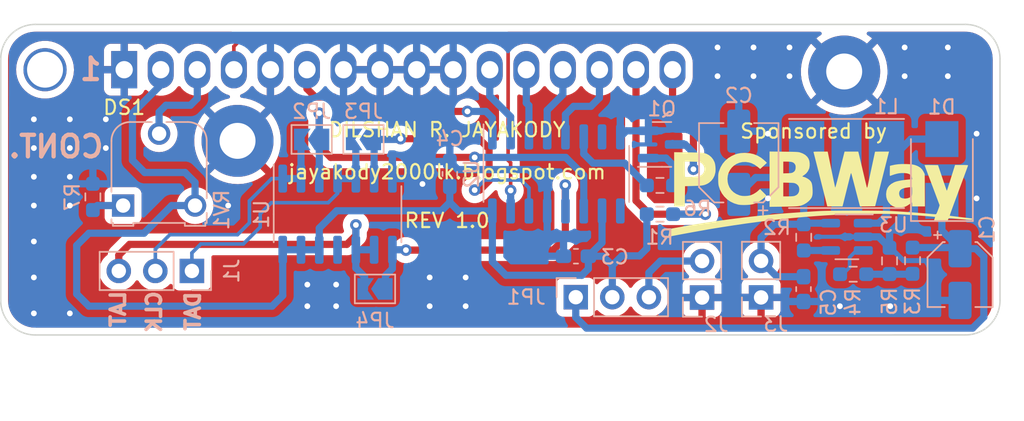
<source format=kicad_pcb>
(kicad_pcb (version 20211014) (generator pcbnew)
  (title_block (title "Yet Another LCD Interface (YALI)") (date "2023-03-14") (rev "1.0.0") (company "Dilshan R Jayakody") (comment 1 "jayakody2000lk.blogspot.com") (comment 2 "jayakody2000lk@gmail.com") (comment 3 "https://github.com/dilshan/yali"))
  (layers (0 "F.Cu" signal) (31 "B.Cu" signal) (34 "B.Paste" user) (35 "F.Paste" user) (36 "B.SilkS" user "B.Silkscreen") (37 "F.SilkS" user "F.Silkscreen") (38 "B.Mask" user) (39 "F.Mask" user) (44 "Edge.Cuts" user))
  (net 0 "")
  (net 1 "GND")
  (net 2 "+5V")
  (net 3 "/LCD-CONT")
  (net 4 "/LCD-RS")
  (net 5 "/LCD-EN")
  (net 6 "/LCD4")
  (net 7 "/LCD5")
  (net 8 "/LCD6")
  (net 9 "/LCD7")
  (net 10 "Net-(DS1-Pad15)")
  (net 11 "/LCD-BK")
  (net 12 "DATA")
  (net 13 "CLK")
  (net 14 "LATCH")
  (net 15 "/SH-CLK")
  (net 16 "/SH-DATA")
  (net 17 "/SH-LATCH")
  (net 18 "Net-(Q1-Pad1)")
  (net 19 "/LCD-BK-CNT")
  (net 20 "Net-(C1-Pad1)")
  (net 24 "+3.3V")
  (net 25 "Net-(D1-Pad2)")
  (net 26 "+5VA")
  (net 27 "Net-(R2-Pad2)")
  (net 28 "Net-(R3-Pad1)")
  (net 29 "Net-(R4-Pad1)")
  (net 30 "Net-(R7-Pad2)")
  (footprint "MountingHole:MountingHole_2.5mm_Pad" (layer "F.Cu") (at 139.65 93.5)
    (fp_text reference "H3" hide)
    (fp_text value "M2.5" hide)
    (pad "1" thru_hole circle locked (at 0 0) (size 5 5) (drill 2.5) (layers *.Cu *.Mask) (net 1 "GND"))
  )
  (footprint "MountingHole:MountingHole_2.5mm_Pad" (layer "F.Cu") (at 181.8 88.675)
    (fp_text reference "H2" hide)
    (fp_text value "M2.5" hide)
    (pad "1" thru_hole circle locked (at 0 0) (size 5 5) (drill 2.5) (layers *.Cu *.Mask) (net 1 "GND"))
  )
  (footprint "pcbway:pcbway-logo-6mm" (layer "F.Cu") (at 180.15 97.2)
    (fp_text reference "H1" hide)
    (fp_text value "LOGO" hide)
  )
  (footprint "Display:WC1602A" (layer "F.Cu") (at 131.775 88.55)
    (fp_text reference "DS1" (at 0 2.625) (layer "F.SilkS"))
    (fp_text value "WC1602A" hide)
    (pad "" thru_hole circle (at -5.4991 0) (size 3 3) (drill 2.5) (layers *.Cu *.Mask))
    (pad "1" thru_hole rect (at 0 0) (size 1.8 2.6) (drill 1.2) (layers *.Cu *.Mask) (net 1 "GND"))
    (pad "2" thru_hole oval (at 2.54 0) (size 1.8 2.6) (drill 1.2) (layers *.Cu *.Mask) (net 2 "+5V"))
    (pad "3" thru_hole oval (at 5.08 0) (size 1.8 2.6) (drill 1.2) (layers *.Cu *.Mask) (net 3 "/LCD-CONT"))
    (pad "4" thru_hole oval (at 7.62 0) (size 1.8 2.6) (drill 1.2) (layers *.Cu *.Mask) (net 4 "/LCD-RS"))
    (pad "5" thru_hole oval (at 10.16 0) (size 1.8 2.6) (drill 1.2) (layers *.Cu *.Mask) (net 1 "GND"))
    (pad "6" thru_hole oval (at 12.7 0) (size 1.8 2.6) (drill 1.2) (layers *.Cu *.Mask) (net 5 "/LCD-EN"))
    (pad "7" thru_hole oval (at 15.24 0) (size 1.8 2.6) (drill 1.2) (layers *.Cu *.Mask) (net 1 "GND"))
    (pad "8" thru_hole oval (at 17.78 0) (size 1.8 2.6) (drill 1.2) (layers *.Cu *.Mask) (net 1 "GND"))
    (pad "9" thru_hole oval (at 20.32 0) (size 1.8 2.6) (drill 1.2) (layers *.Cu *.Mask) (net 1 "GND"))
    (pad "10" thru_hole oval (at 22.86 0) (size 1.8 2.6) (drill 1.2) (layers *.Cu *.Mask) (net 1 "GND"))
    (pad "11" thru_hole oval (at 25.4 0) (size 1.8 2.6) (drill 1.2) (layers *.Cu *.Mask) (net 6 "/LCD4"))
    (pad "12" thru_hole oval (at 27.94 0) (size 1.8 2.6) (drill 1.2) (layers *.Cu *.Mask) (net 7 "/LCD5"))
    (pad "13" thru_hole oval (at 30.48 0) (size 1.8 2.6) (drill 1.2) (layers *.Cu *.Mask) (net 8 "/LCD6"))
    (pad "14" thru_hole oval (at 33.02 0) (size 1.8 2.6) (drill 1.2) (layers *.Cu *.Mask) (net 9 "/LCD7"))
    (pad "15" thru_hole oval (at 35.56 0) (size 1.8 2.6) (drill 1.2) (layers *.Cu *.Mask) (net 10 "Net-(DS1-Pad15)"))
    (pad "16" thru_hole oval (at 38.1 0) (size 1.8 2.6) (drill 1.2) (layers *.Cu *.Mask) (net 11 "/LCD-BK"))
  )
  (footprint "Resistor_SMD:R_0603_1608Metric_Pad0.98x0.95mm_HandSolder" (layer "B.Cu") (at 186.55 101.8375 90)
    (fp_text reference "R3" (at -2.8125 0 90) (layer "B.SilkS") (effects (justify mirror)))
    (fp_text value "36K")
    (pad "1" smd roundrect (at -0.9125 0 90) (size 0.975 0.95) (layers "B.Cu" "B.Paste" "B.Mask") (net 28 "Net-(R3-Pad1)"))
    (pad "2" smd roundrect (at 0.9125 0 90) (size 0.975 0.95) (layers "B.Cu" "B.Paste" "B.Mask") (net 20 "Net-(C1-Pad1)"))
  )
  (footprint "Resistor_SMD:R_0603_1608Metric_Pad0.98x0.95mm_HandSolder" (layer "B.Cu") (at 182.425 102.775)
    (fp_text reference "R4" (at -0.015 1.935 90) (layer "B.SilkS") (effects (justify mirror)))
    (fp_text value "100K")
    (pad "1" smd roundrect (at -0.9125 0) (size 0.975 0.95) (layers "B.Cu" "B.Paste" "B.Mask") (net 29 "Net-(R4-Pad1)"))
    (pad "2" smd roundrect (at 0.9125 0) (size 0.975 0.95) (layers "B.Cu" "B.Paste" "B.Mask") (net 28 "Net-(R3-Pad1)"))
  )
  (footprint "Connector_PinHeader_2.54mm:PinHeader_1x03_P2.54mm_Vertical" (layer "B.Cu") (at 136.48 102.55 90)
    (fp_text reference "J1" (at 0 2.77 90) (layer "B.SilkS") (effects (justify mirror)))
    (fp_text value "2.54mm 3x1 Header")
    (pad "1" thru_hole rect locked (at 0 0 90) (size 1.7 1.7) (drill 1) (layers *.Cu *.Mask) (net 12 "DATA"))
    (pad "2" thru_hole oval locked (at 0 -2.54 90) (size 1.7 1.7) (drill 1) (layers *.Cu *.Mask) (net 13 "CLK"))
    (pad "3" thru_hole oval locked (at 0 -5.08 90) (size 1.7 1.7) (drill 1) (layers *.Cu *.Mask) (net 14 "LATCH"))
  )
  (footprint "Resistor_SMD:R_0603_1608Metric_Pad0.98x0.95mm_HandSolder" (layer "B.Cu") (at 129.6 97.4 -90)
    (fp_text reference "R7" (at 0 1.43 90) (layer "B.SilkS") (effects (justify mirror)))
    (fp_text value "100R")
    (pad "1" smd roundrect locked (at -0.9125 0 270) (size 0.975 0.95) (layers "B.Cu" "B.Paste" "B.Mask") (net 1 "GND"))
    (pad "2" smd roundrect locked (at 0.9125 0 270) (size 0.975 0.95) (layers "B.Cu" "B.Paste" "B.Mask") (net 30 "Net-(R7-Pad2)"))
  )
  (footprint "Connector_PinHeader_2.54mm:PinHeader_1x02_P2.54mm_Vertical" (layer "B.Cu") (at 176.025 104.39)
    (fp_text reference "J3" (at 1.025 1.86) (layer "B.SilkS") (effects (justify mirror)))
    (fp_text value "2.54mm 2x1 Header" hide)
    (pad "1" thru_hole rect (at 0 0) (size 1.7 1.7) (drill 1) (layers *.Cu *.Mask) (net 1 "GND"))
    (pad "2" thru_hole oval (at 0 -2.54) (size 1.7 1.7) (drill 1) (layers *.Cu *.Mask) (net 24 "+3.3V"))
  )
  (footprint "Capacitor_SMD:CP_Elec_5x5.4" (layer "B.Cu") (at 174.475 95.025 90)
    (fp_text reference "C2" (at 4.675 0 180) (layer "B.SilkS") (effects (justify mirror)))
    (fp_text value "10MFD")
    (pad "1" smd roundrect (at -2.2 0 90) (size 3 1.6) (layers "B.Cu" "B.Paste" "B.Mask") (roundrect_rratio 0.15625) (net 24 "+3.3V"))
    (pad "2" smd roundrect (at 2.2 0 90) (size 3 1.6) (layers "B.Cu" "B.Paste" "B.Mask") (roundrect_rratio 0.15625) (net 1 "GND"))
  )
  (footprint "Capacitor_SMD:C_0603_1608Metric_Pad1.08x0.95mm_HandSolder" (layer "B.Cu") (at 154.4 95.8 90)
    (fp_text reference "C4" (at 2.45 0 180) (layer "B.SilkS") (effects (justify mirror)))
    (fp_text value "0.1MFD")
    (pad "1" smd roundrect locked (at -0.8625 0 90) (size 1.075 0.95) (layers "B.Cu" "B.Paste" "B.Mask") (net 2 "+5V"))
    (pad "2" smd roundrect locked (at 0.8625 0 90) (size 1.075 0.95) (layers "B.Cu" "B.Paste" "B.Mask") (net 1 "GND"))
  )
  (footprint "Package_SO:SO-16_3.9x9.9mm_P1.27mm" (layer "B.Cu") (at 161.8 95.8 -90)
    (fp_text reference "U2" (at 0 5.9 90) (layer "B.SilkS") (effects (justify mirror)))
    (fp_text value "74HC595")
    (pad "1" smd roundrect locked (at -2.575 4.445 270) (size 1.75 0.6) (layers "B.Cu" "B.Paste" "B.Mask") (net 5 "/LCD-EN"))
    (pad "2" smd roundrect locked (at -2.575 3.175 270) (size 1.75 0.6) (layers "B.Cu" "B.Paste" "B.Mask") (net 6 "/LCD4"))
    (pad "3" smd roundrect locked (at -2.575 1.905 270) (size 1.75 0.6) (layers "B.Cu" "B.Paste" "B.Mask") (net 7 "/LCD5"))
    (pad "4" smd roundrect locked (at -2.575 0.635 270) (size 1.75 0.6) (layers "B.Cu" "B.Paste" "B.Mask") (net 8 "/LCD6"))
    (pad "5" smd roundrect locked (at -2.575 -0.635 270) (size 1.75 0.6) (layers "B.Cu" "B.Paste" "B.Mask") (net 9 "/LCD7"))
    (pad "6" smd roundrect locked (at -2.575 -1.905 270) (size 1.75 0.6) (layers "B.Cu" "B.Paste" "B.Mask") (net 19 "/LCD-BK-CNT"))
    (pad "7" smd roundrect locked (at -2.575 -3.175 270) (size 1.75 0.6) (layers "B.Cu" "B.Paste" "B.Mask"))
    (pad "8" smd roundrect locked (at -2.575 -4.445 270) (size 1.75 0.6) (layers "B.Cu" "B.Paste" "B.Mask") (net 1 "GND"))
    (pad "9" smd roundrect locked (at 2.575 -4.445 270) (size 1.75 0.6) (layers "B.Cu" "B.Paste" "B.Mask"))
    (pad "10" smd roundrect locked (at 2.575 -3.175 270) (size 1.75 0.6) (layers "B.Cu" "B.Paste" "B.Mask") (net 2 "+5V"))
    (pad "11" smd roundrect locked (at 2.575 -1.905 270) (size 1.75 0.6) (layers "B.Cu" "B.Paste" "B.Mask") (net 15 "/SH-CLK"))
    (pad "12" smd roundrect locked (at 2.575 -0.635 270) (size 1.75 0.6) (layers "B.Cu" "B.Paste" "B.Mask") (net 17 "/SH-LATCH"))
    (pad "13" smd roundrect locked (at 2.575 0.635 270) (size 1.75 0.6) (layers "B.Cu" "B.Paste" "B.Mask") (net 1 "GND"))
    (pad "14" smd roundrect locked (at 2.575 1.905 270) (size 1.75 0.6) (layers "B.Cu" "B.Paste" "B.Mask") (net 16 "/SH-DATA"))
    (pad "15" smd roundrect locked (at 2.575 3.175 270) (size 1.75 0.6) (layers "B.Cu" "B.Paste" "B.Mask") (net 4 "/LCD-RS"))
    (pad "16" smd roundrect locked (at 2.575 4.445 270) (size 1.75 0.6) (layers "B.Cu" "B.Paste" "B.Mask") (net 2 "+5V"))
  )
  (footprint "Jumper:SolderJumper-2_P1.3mm_Open_TrianglePad1.0x1.5mm" (layer "B.Cu") (at 149.2 103.8 180)
    (fp_text reference "JP4" (at 0 -2.2) (layer "B.SilkS") (effects (justify mirror)))
    (fp_text value "SMD-JUMPER")
    (pad "1" smd custom locked (at -0.725 0 180) (size 0.3 0.3) (layers "B.Cu" "B.Mask") (net 17 "/SH-LATCH") (options (clearance outline) (anchor rect)) (primitives (gr_poly (pts (xy 1 0) (xy 0.5 0.75) (xy -0.5 0.75) (xy -0.5 -0.75) (xy 0.5 -0.75)) (width 0) (fill yes))))
    (pad "2" smd custom locked (at 0.725 0 180) (size 0.3 0.3) (layers "B.Cu" "B.Mask") (net 14 "LATCH") (options (clearance outline) (anchor rect)) (primitives (gr_poly (pts (xy 0.5 0.75) (xy -0.65 0.75) (xy -0.15 0) (xy -0.65 -0.75) (xy 0.5 -0.75)) (width 0) (fill yes))))
  )
  (footprint "Resistor_SMD:R_0603_1608Metric_Pad0.98x0.95mm_HandSolder" (layer "B.Cu") (at 184.95 101.85 -90)
    (fp_text reference "R5" (at 2.825 0 90) (layer "B.SilkS") (effects (justify mirror)))
    (fp_text value "12K")
    (pad "1" smd roundrect (at -0.9125 0 270) (size 0.975 0.95) (layers "B.Cu" "B.Paste" "B.Mask") (net 1 "GND"))
    (pad "2" smd roundrect (at 0.9125 0 270) (size 0.975 0.95) (layers "B.Cu" "B.Paste" "B.Mask") (net 28 "Net-(R3-Pad1)"))
  )
  (footprint "Inductor_SMD:L_Taiyo-Yuden_NR-60xx_HandSoldering" (layer "B.Cu") (at 181.9625 95.075)
    (fp_text reference "L1" (at 2.7625 -3.95) (layer "B.SilkS") (effects (justify mirror)))
    (fp_text value "4.7uH")
    (pad "1" smd rect (at -2.775 0) (size 2.45 5.9) (layers "B.Cu" "B.Paste" "B.Mask") (net 24 "+3.3V"))
    (pad "2" smd rect (at 2.775 0) (size 2.45 5.9) (layers "B.Cu" "B.Paste" "B.Mask") (net 25 "Net-(D1-Pad2)"))
  )
  (footprint "Package_SO:SO-14_3.9x8.65mm_P1.27mm" (layer "B.Cu") (at 146.6 98.6 -90)
    (fp_text reference "U1" (at 0 5.28 90) (layer "B.SilkS") (effects (justify mirror)))
    (fp_text value "74HCT08")
    (pad "1" smd roundrect locked (at -2.475 3.81 270) (size 1.95 0.6) (layers "B.Cu" "B.Paste" "B.Mask") (net 13 "CLK"))
    (pad "2" smd roundrect locked (at -2.475 2.54 270) (size 1.95 0.6) (layers "B.Cu" "B.Paste" "B.Mask") (net 13 "CLK"))
    (pad "3" smd roundrect locked (at -2.475 1.27 270) (size 1.95 0.6) (layers "B.Cu" "B.Paste" "B.Mask") (net 15 "/SH-CLK"))
    (pad "4" smd roundrect locked (at -2.475 0 270) (size 1.95 0.6) (layers "B.Cu" "B.Paste" "B.Mask") (net 12 "DATA"))
    (pad "5" smd roundrect locked (at -2.475 -1.27 270) (size 1.95 0.6) (layers "B.Cu" "B.Paste" "B.Mask") (net 12 "DATA"))
    (pad "6" smd roundrect locked (at -2.475 -2.54 270) (size 1.95 0.6) (layers "B.Cu" "B.Paste" "B.Mask") (net 16 "/SH-DATA"))
    (pad "7" smd roundrect locked (at -2.475 -3.81 270) (size 1.95 0.6) (layers "B.Cu" "B.Paste" "B.Mask") (net 1 "GND"))
    (pad "8" smd roundrect locked (at 2.475 -3.81 270) (size 1.95 0.6) (layers "B.Cu" "B.Paste" "B.Mask") (net 17 "/SH-LATCH"))
    (pad "9" smd roundrect locked (at 2.475 -2.54 270) (size 1.95 0.6) (layers "B.Cu" "B.Paste" "B.Mask") (net 14 "LATCH"))
    (pad "10" smd roundrect locked (at 2.475 -1.27 270) (size 1.95 0.6) (layers "B.Cu" "B.Paste" "B.Mask") (net 14 "LATCH"))
    (pad "11" smd roundrect locked (at 2.475 0 270) (size 1.95 0.6) (layers "B.Cu" "B.Paste" "B.Mask"))
    (pad "12" smd roundrect locked (at 2.475 1.27 270) (size 1.95 0.6) (layers "B.Cu" "B.Paste" "B.Mask") (net 2 "+5V"))
    (pad "13" smd roundrect locked (at 2.475 2.54 270) (size 1.95 0.6) (layers "B.Cu" "B.Paste" "B.Mask") (net 2 "+5V"))
    (pad "14" smd roundrect locked (at 2.475 3.81 270) (size 1.95 0.6) (layers "B.Cu" "B.Paste" "B.Mask") (net 2 "+5V"))
  )
  (footprint "Jumper:SolderJumper-2_P1.3mm_Open_TrianglePad1.0x1.5mm" (layer "B.Cu") (at 148.4 93.4 180)
    (fp_text reference "JP3" (at 0 1.95) (layer "B.SilkS") (effects (justify mirror)))
    (fp_text value "SMD-JUMPER")
    (pad "1" smd custom locked (at -0.725 0 180) (size 0.3 0.3) (layers "B.Cu" "B.Mask") (net 16 "/SH-DATA") (options (clearance outline) (anchor rect)) (primitives (gr_poly (pts (xy 1 0) (xy 0.5 0.75) (xy -0.5 0.75) (xy -0.5 -0.75) (xy 0.5 -0.75)) (width 0) (fill yes))))
    (pad "2" smd custom locked (at 0.725 0 180) (size 0.3 0.3) (layers "B.Cu" "B.Mask") (net 12 "DATA") (options (clearance outline) (anchor rect)) (primitives (gr_poly (pts (xy 0.5 0.75) (xy -0.65 0.75) (xy -0.15 0) (xy -0.65 -0.75) (xy 0.5 -0.75)) (width 0) (fill yes))))
  )
  (footprint "Resistor_SMD:R_0603_1608Metric_Pad0.98x0.95mm_HandSolder" (layer "B.Cu") (at 169 98.6 180)
    (fp_text reference "R1" (at 0.025 -1.6) (layer "B.SilkS") (effects (justify mirror)))
    (fp_text value "330R")
    (pad "1" smd roundrect locked (at -0.9125 0 180) (size 0.975 0.95) (layers "B.Cu" "B.Paste" "B.Mask") (net 10 "Net-(DS1-Pad15)"))
    (pad "2" smd roundrect locked (at 0.9125 0 180) (size 0.975 0.95) (layers "B.Cu" "B.Paste" "B.Mask") (net 2 "+5V"))
  )
  (footprint "Capacitor_SMD:C_0603_1608Metric_Pad1.08x0.95mm_HandSolder" (layer "B.Cu") (at 163.1625 101.525 180)
    (fp_text reference "C3" (at -2.7 -0.05) (layer "B.SilkS") (effects (justify mirror)))
    (fp_text value "0.1MFD")
    (pad "1" smd roundrect locked (at -0.8625 0 180) (size 1.075 0.95) (layers "B.Cu" "B.Paste" "B.Mask") (net 2 "+5V"))
    (pad "2" smd roundrect locked (at 0.8625 0 180) (size 1.075 0.95) (layers "B.Cu" "B.Paste" "B.Mask") (net 1 "GND"))
  )
  (footprint "Connector_PinHeader_2.54mm:PinHeader_1x02_P2.54mm_Vertical" (layer "B.Cu") (at 171.925 104.4)
    (fp_text reference "J2" (at 0.975 1.875) (layer "B.SilkS") (effects (justify mirror)))
    (fp_text value "2.54mm 2x1 Header" hide)
    (pad "1" thru_hole rect (at 0 0) (size 1.7 1.7) (drill 1) (layers *.Cu *.Mask) (net 1 "GND"))
    (pad "2" thru_hole oval (at 0 -2.54) (size 1.7 1.7) (drill 1) (layers *.Cu *.Mask) (net 26 "+5VA"))
  )
  (footprint "Jumper:SolderJumper-2_P1.3mm_Open_TrianglePad1.0x1.5mm" (layer "B.Cu") (at 144.8 93.4 180)
    (fp_text reference "JP2" (at 0 1.95) (layer "B.SilkS") (effects (justify mirror)))
    (fp_text value "SMD-JUMPER")
    (pad "1" smd custom locked (at -0.725 0 180) (size 0.3 0.3) (layers "B.Cu" "B.Mask") (net 15 "/SH-CLK") (options (clearance outline) (anchor rect)) (primitives (gr_poly (pts (xy 1 0) (xy 0.5 0.75) (xy -0.5 0.75) (xy -0.5 -0.75) (xy 0.5 -0.75)) (width 0) (fill yes))))
    (pad "2" smd custom locked (at 0.725 0 180) (size 0.3 0.3) (layers "B.Cu" "B.Mask") (net 13 "CLK") (options (clearance outline) (anchor rect)) (primitives (gr_poly (pts (xy 0.5 0.75) (xy -0.65 0.75) (xy -0.15 0) (xy -0.65 -0.75) (xy 0.5 -0.75)) (width 0) (fill yes))))
  )
  (footprint "Resistor_SMD:R_0603_1608Metric_Pad0.98x0.95mm_HandSolder" (layer "B.Cu") (at 169 96.6)
    (fp_text reference "R6" (at 2.6 1.6) (layer "B.SilkS") (effects (justify mirror)))
    (fp_text value "22K")
    (pad "1" smd roundrect locked (at -0.9125 0) (size 0.975 0.95) (layers "B.Cu" "B.Paste" "B.Mask") (net 19 "/LCD-BK-CNT"))
    (pad "2" smd roundrect locked (at 0.9125 0) (size 0.975 0.95) (layers "B.Cu" "B.Paste" "B.Mask") (net 18 "Net-(Q1-Pad1)"))
  )
  (footprint "Connector_PinHeader_2.54mm:PinHeader_1x03_P2.54mm_Vertical" (layer "B.Cu") (at 163.15 104.375 -90)
    (fp_text reference "JP1" (at 0 3.45 180) (layer "B.SilkS") (effects (justify mirror)))
    (fp_text value "2.54mm 3x1 Header" hide)
    (pad "1" thru_hole rect (at 0 0 270) (size 1.7 1.7) (drill 1) (layers *.Cu *.Mask) (net 20 "Net-(C1-Pad1)"))
    (pad "2" thru_hole oval (at 0 -2.54 270) (size 1.7 1.7) (drill 1) (layers *.Cu *.Mask) (net 2 "+5V"))
    (pad "3" thru_hole oval (at 0 -5.08 270) (size 1.7 1.7) (drill 1) (layers *.Cu *.Mask) (net 26 "+5VA"))
  )
  (footprint "Capacitor_SMD:C_0603_1608Metric_Pad1.08x0.95mm_HandSolder" (layer "B.Cu") (at 178.975 103.8125 -90)
    (fp_text reference "C5" (at 0.9175 -1.735 -90) (layer "B.SilkS") (effects (justify mirror)))
    (fp_text value "0.1MFD")
    (pad "1" smd roundrect (at -0.8625 0 270) (size 1.075 0.95) (layers "B.Cu" "B.Paste" "B.Mask") (net 24 "+3.3V"))
    (pad "2" smd roundrect (at 0.8625 0 270) (size 1.075 0.95) (layers "B.Cu" "B.Paste" "B.Mask") (net 1 "GND"))
  )
  (footprint "Diode_SMD:D_SMB" (layer "B.Cu") (at 188.5875 95.525 90)
    (fp_text reference "D1" (at 4.375 -0.0125 180) (layer "B.SilkS") (effects (justify mirror)))
    (fp_text value "SS24")
    (pad "1" smd rect (at -2.15 0 90) (size 2.5 2.3) (layers "B.Cu" "B.Paste" "B.Mask") (net 20 "Net-(C1-Pad1)"))
    (pad "2" smd rect (at 2.15 0 90) (size 2.5 2.3) (layers "B.Cu" "B.Paste" "B.Mask") (net 25 "Net-(D1-Pad2)"))
  )
  (footprint "Package_TO_SOT_SMD:SOT-23" (layer "B.Cu") (at 169.1375 93.75)
    (fp_text reference "Q1" (at -0.0125 -2.475) (layer "B.SilkS") (effects (justify mirror)))
    (fp_text value "SS8050")
    (pad "1" smd roundrect locked (at -0.9375 0.95) (size 1.475 0.6) (layers "B.Cu" "B.Paste" "B.Mask") (net 18 "Net-(Q1-Pad1)"))
    (pad "2" smd roundrect locked (at -0.9375 -0.95) (size 1.475 0.6) (layers "B.Cu" "B.Paste" "B.Mask") (net 1 "GND"))
    (pad "3" smd roundrect locked (at 0.9375 0) (size 1.475 0.6) (layers "B.Cu" "B.Paste" "B.Mask") (net 11 "/LCD-BK"))
  )
  (footprint "Package_TO_SOT_SMD:TSOT-23-5" (layer "B.Cu") (at 181.9875 100.175 180)
    (fp_text reference "U3" (at -3.2375 0.825) (layer "B.SilkS") (effects (justify mirror)))
    (fp_text value "MP1540")
    (pad "1" smd roundrect (at -1.1375 0.95 180) (size 1.325 0.6) (layers "B.Cu" "B.Paste" "B.Mask") (net 25 "Net-(D1-Pad2)"))
    (pad "2" smd roundrect (at -1.1375 0 180) (size 1.325 0.6) (layers "B.Cu" "B.Paste" "B.Mask") (net 1 "GND"))
    (pad "3" smd roundrect (at -1.1375 -0.95 180) (size 1.325 0.6) (layers "B.Cu" "B.Paste" "B.Mask") (net 29 "Net-(R4-Pad1)"))
    (pad "4" smd roundrect (at 1.1375 -0.95 180) (size 1.325 0.6) (layers "B.Cu" "B.Paste" "B.Mask") (net 27 "Net-(R2-Pad2)"))
    (pad "5" smd roundrect (at 1.1375 0.95 180) (size 1.325 0.6) (layers "B.Cu" "B.Paste" "B.Mask") (net 24 "+3.3V"))
  )
  (footprint "Resistor_SMD:R_0603_1608Metric_Pad0.98x0.95mm_HandSolder" (layer "B.Cu") (at 178.9875 100.2125 -90)
    (fp_text reference "R2" (at -0.6875 1.8625 180) (layer "B.SilkS") (effects (justify mirror)))
    (fp_text value "1K")
    (pad "1" smd roundrect (at -0.9125 0 270) (size 0.975 0.95) (layers "B.Cu" "B.Paste" "B.Mask") (net 24 "+3.3V"))
    (pad "2" smd roundrect (at 0.9125 0 270) (size 0.975 0.95) (layers "B.Cu" "B.Paste" "B.Mask") (net 27 "Net-(R2-Pad2)"))
  )
  (footprint "Potentiometer_THT:Potentiometer_Runtron_RM-065_Vertical" (layer "B.Cu") (at 131.7 98)
    (fp_text reference "RV1" (at 6.85 0.3 90) (layer "B.SilkS") (effects (justify mirror)))
    (fp_text value "50K")
    (pad "1" thru_hole rect locked (at 0 0) (size 1.55 1.55) (drill 1) (layers *.Cu *.Mask) (net 30 "Net-(R7-Pad2)"))
    (pad "2" thru_hole circle locked (at 2.5 -5) (size 1.55 1.55) (drill 1) (layers *.Cu *.Mask) (net 3 "/LCD-CONT"))
    (pad "3" thru_hole circle locked (at 5 0) (size 1.55 1.55) (drill 1) (layers *.Cu *.Mask) (net 2 "+5V"))
  )
  (footprint "Capacitor_SMD:CP_Elec_4x5.8" (layer "B.Cu") (at 189.85 102.8 -90)
    (fp_text reference "C1" (at -3.15 -1.875 -90) (layer "B.SilkS") (effects (justify mirror)))
    (fp_text value "4.7MFD")
    (pad "1" smd roundrect (at -1.8 0 270) (size 2.6 1.6) (layers "B.Cu" "B.Paste" "B.Mask") (roundrect_rratio 0.15625) (net 20 "Net-(C1-Pad1)"))
    (pad "2" smd roundrect (at 1.8 0 270) (size 2.6 1.6) (layers "B.Cu" "B.Paste" "B.Mask") (roundrect_rratio 0.15625) (net 1 "GND"))
  )
  (gr_arc (start 125.597056 107.002944) (mid 123.9 106.3) (end 123.197056 104.602944) (layer "Edge.Cuts") (width 0.1))
  (gr_line (start 125.6 85.4) (end 190.225 85.4) (layer "Edge.Cuts") (width 0.1))
  (gr_line (start 190.225 107) (end 125.597056 107.002944) (layer "Edge.Cuts") (width 0.1))
  (gr_line (start 192.625 87.8) (end 192.625 104.6) (layer "Edge.Cuts") (width 0.1))
  (gr_arc (start 192.625 104.6) (mid 191.922056 106.297056) (end 190.225 107) (layer "Edge.Cuts") (width 0.1))
  (gr_arc (start 190.225 85.4) (mid 191.922056 86.102944) (end 192.625 87.8) (layer "Edge.Cuts") (width 0.1))
  (gr_line (start 123.197056 104.602944) (end 123.2 87.8) (layer "Edge.Cuts") (width 0.1))
  (gr_arc (start 123.2 87.8) (mid 123.902944 86.102944) (end 125.6 85.4) (layer "Edge.Cuts") (width 0.1))
  (gr_text "DAT" (at 136.55 105.35 90) (layer "B.SilkS") (effects (font (size 1 1) (thickness 0.25)) (justify mirror)))
  (gr_text "CLK" (at 133.85 105.4 90) (layer "B.SilkS") (effects (font (size 1 1) (thickness 0.25)) (justify mirror)))
  (gr_text "LAT" (at 131.35 105.2 90) (layer "B.SilkS") (effects (font (size 1 1) (thickness 0.25)) (justify mirror)))
  (gr_text "1" (at 129.45 88.525) (layer "B.SilkS") (effects (font (size 1.5 1.5) (thickness 0.3)) (justify mirror)))
  (gr_text "CONT." (at 127.05 93.9) (layer "B.SilkS") (effects (font (size 1.5 1.5) (thickness 0.3)) (justify mirror)))
  (gr_text "Sponsored by" (at 179.675 92.825) (layer "F.SilkS") (effects (font (size 1 1))))
  (gr_text "REV 1.0" (at 154.21 99.04) (layer "F.SilkS") (effects (font (size 1 1))))
  (gr_text "DILSHAN R. JAYAKODY" (at 154.21 92.73) (layer "F.SilkS") (effects (font (size 1 1))))
  (gr_text "jayakody2000lk.blogspot.com" (at 154.21 95.66) (layer "F.SilkS") (effects (font (size 1 1))))
  (segment (start 139.65 93.5) (end 138.5 94.65) (width 0.25) (layer "F.Cu") (net 1))
  (via (at 155.5 103) (size 0.8) (drill 0.4) (layers "F.Cu" "B.Cu") (net 1))
  (via (at 128 96) (size 0.8) (drill 0.4) (layers "F.Cu" "B.Cu") (net 1))
  (via (at 125.5 103) (size 0.8) (drill 0.4) (layers "F.Cu" "B.Cu") (net 1))
  (via (at 153 105) (size 0.8) (drill 0.4) (layers "F.Cu" "B.Cu") (net 1))
  (via (at 125.5 98) (size 0.8) (drill 0.4) (layers "F.Cu" "B.Cu") (net 1))
  (via (at 130.5 92) (size 0.8) (drill 0.4) (layers "F.Cu" "B.Cu") (net 1))
  (via (at 128 105.5) (size 0.8) (drill 0.4) (layers "F.Cu" "B.Cu") (net 1))
  (via (at 153 103) (size 0.8) (drill 0.4) (layers "F.Cu" "B.Cu") (net 1))
  (via (at 146.5 103.5) (size 0.8) (drill 0.4) (layers "F.Cu" "B.Cu") (net 1))
  (via (at 186 89) (size 0.8) (drill 0.4) (layers "F.Cu" "B.Cu") (net 1))
  (via (at 125.5 96) (size 0.8) (drill 0.4) (layers "F.Cu" "B.Cu") (net 1))
  (via (at 130.5 94) (size 0.8) (drill 0.4) (layers "F.Cu" "B.Cu") (net 1))
  (via (at 185 105) (size 0.8) (drill 0.4) (layers "F.Cu" "B.Cu") (net 1))
  (via (at 128 98) (size 0.8) (drill 0.4) (layers "F.Cu" "B.Cu") (net 1))
  (via (at 144.5 105) (size 0.8) (drill 0.4) (layers "F.Cu" "B.Cu") (net 1))
  (via (at 128 94) (size 0.8) (drill 0.4) (layers "F.Cu" "B.Cu") (net 1))
  (via (at 175.5 87) (size 0.8) (drill 0.4) (layers "F.Cu" "B.Cu") (net 1))
  (via (at 173 87) (size 0.8) (drill 0.4) (layers "F.Cu" "B.Cu") (net 1))
  (via (at 175.5 89) (size 0.8) (drill 0.4) (layers "F.Cu" "B.Cu") (net 1))
  (via (at 178 89) (size 0.8) (drill 0.4) (layers "F.Cu" "B.Cu") (net 1))
  (via (at 125.5 94) (size 0.8) (drill 0.4) (layers "F.Cu" "B.Cu") (net 1))
  (via (at 144.5 103.5) (size 0.8) (drill 0.4) (layers "F.Cu" "B.Cu") (net 1))
  (via (at 125.5 100.5) (size 0.8) (drill 0.4) (layers "F.Cu" "B.Cu") (net 1))
  (via (at 181.5 105) (size 0.8) (drill 0.4) (layers "F.Cu" "B.Cu") (net 1))
  (via (at 186 87) (size 0.8) (drill 0.4) (layers "F.Cu" "B.Cu") (net 1))
  (via (at 146.5 105) (size 0.8) (drill 0.4) (layers "F.Cu" "B.Cu") (net 1))
  (via (at 191 93) (size 0.8) (drill 0.4) (layers "F.Cu" "B.Cu") (net 1))
  (via (at 176.5 93) (size 0.8) (drill 0.4) (layers "F.Cu" "B.Cu") (net 1))
  (via (at 176.5 97.5) (size 0.8) (drill 0.4) (layers "F.Cu" "B.Cu") (net 1))
  (via (at 139 98) (size 0.8) (drill 0.4) (layers "F.Cu" "B.Cu") (net 1))
  (via (at 178 87) (size 0.8) (drill 0.4) (layers "F.Cu" "B.Cu") (net 1))
  (via (at 189 87) (size 0.8) (drill 0.4) (layers "F.Cu" "B.Cu") (net 1))
  (via (at 191 97.5) (size 0.8) (drill 0.4) (layers "F.Cu" "B.Cu") (net 1))
  (via (at 189 89) (size 0.8) (drill 0.4) (layers "F.Cu" "B.Cu") (net 1))
  (via (at 173 89) (size 0.8) (drill 0.4) (layers "F.Cu" "B.Cu") (net 1))
  (via (at 155.5 105) (size 0.8) (drill 0.4) (layers "F.Cu" "B.Cu") (net 1))
  (via (at 125.5 92) (size 0.8) (drill 0.4) (layers "F.Cu" "B.Cu") (net 1))
  (via (at 152.5 96.5) (size 0.8) (drill 0.4) (layers "F.Cu" "B.Cu") (net 1))
  (via (at 125.5 105.5) (size 0.8) (drill 0.4) (layers "F.Cu" "B.Cu") (net 1))
  (via (at 128 92) (size 0.8) (drill 0.4) (layers "F.Cu" "B.Cu") (net 1))
  (segment (start 174.45 92.8) (end 174.475 92.825) (width 0.5) (layer "B.Cu") (net 1))
  (segment (start 183.125 100.175) (end 184.1875 100.175) (width 0.5) (layer "B.Cu") (net 1))
  (segment (start 189.775 104.675) (end 189.85 104.6) (width 0.5) (layer "B.Cu") (net 1))
  (segment (start 161.165 98.375) (end 161.165 96.14) (width 0.5) (layer "B.Cu") (net 1))
  (segment (start 160.525 95.5) (end 154.9625 95.5) (width 0.5) (layer "B.Cu") (net 1))
  (segment (start 189.125 104.6) (end 189.85 104.6) (width 0.25) (layer "B.Cu") (net 1))
  (segment (start 161.165 96.14) (end 160.525 95.5) (width 0.5) (layer "B.Cu") (net 1))
  (segment (start 185.0275 100.9375) (end 185.92 101.83) (width 0.35) (layer "B.Cu") (net 1))
  (segment (start 166.67 92.8) (end 166.245 93.225) (width 0.5) (layer "B.Cu") (net 1))
  (segment (start 154.635 94.7025) (end 154.4 94.9375) (width 0.5) (layer "B.Cu") (net 1))
  (segment (start 184.1875 100.175) (end 184.95 100.9375) (width 0.5) (layer "B.Cu") (net 1))
  (segment (start 185.92 101.83) (end 187.46 101.83) (width 0.35) (layer "B.Cu") (net 1))
  (segment (start 141.935 88.55) (end 141.935 87.215) (width 0.5) (layer "B.Cu") (net 1))
  (segment (start 187.46 101.83) (end 187.77 102.14) (width 0.35) (layer "B.Cu") (net 1))
  (segment (start 176.015 104.4) (end 176.025 104.39) (width 0.5) (layer "B.Cu") (net 1))
  (segment (start 184.95 100.9375) (end 185.0275 100.9375) (width 0.35) (layer "B.Cu") (net 1))
  (segment (start 154.9625 95.5) (end 154.4 94.9375) (width 0.5) (layer "B.Cu") (net 1))
  (segment (start 168.2 92.8) (end 166.67 92.8) (width 0.5) (layer "B.Cu") (net 1))
  (segment (start 176.31 104.675) (end 176.025 104.39) (width 0.5) (layer "B.Cu") (net 1))
  (segment (start 128.475 104.15) (end 129.325 105) (width 0.5) (layer "B.Cu") (net 2))
  (segment (start 128.475 100.775) (end 128.475 104.15) (width 0.5) (layer "B.Cu") (net 2))
  (segment (start 164.975 100.575) (end 164.025 101.525) (width 0.5) (layer "B.Cu") (net 2))
  (segment (start 142.79 101.075) (end 144.06 101.075) (width 0.25) (layer "B.Cu") (net 2))
  (segment (start 158.3 102.85) (end 163.575 102.85) (width 0.5) (layer "B.Cu") (net 2))
  (segment (start 144.06 101.075) (end 145.33 101.075) (width 0.25) (layer "B.Cu") (net 2))
  (segment (start 132.35 91.575) (end 132.35 94.85) (width 0.5) (layer "B.Cu") (net 2))
  (segment (start 164.975 98.375) (end 164.975 100.575) (width 0.5) (layer "B.Cu") (net 2))
  (segment (start 142.79 104.26) (end 142.79 101.075) (width 0.5) (layer "B.Cu") (net 2))
  (segment (start 167.575 101.5) (end 166.355 101.5) (width 0.5) (layer "B.Cu") (net 2))
  (segment (start 157.355 101.905) (end 158.3 102.85) (width 0.5) (layer "B.Cu") (net 2))
  (segment (start 157.355 98.375) (end 155 98.375) (width 0.5) (layer "B.Cu") (net 2))
  (segment (start 129.325 99.925) (end 128.475 100.775) (width 0.5) (layer "B.Cu") (net 2))
  (segment (start 163.575 102.85) (end 164.025 102.4) (width 0.5) (layer "B.Cu") (net 2))
  (segment (start 165.05 101.525) (end 165.69 102.165) (width 0.5) (layer "B.Cu") (net 2))
  (segment (start 145.33 99.57) (end 146.5375 98.3625) (width 0.5) (layer "B.Cu") (net 2))
  (segment (start 133.15 99.925) (end 129.325 99.925) (width 0.5) (layer "B.Cu") (net 2))
  (segment (start 145.33 101.075) (end 145.33 99.57) (width 0.5) (layer "B.Cu") (net 2))
  (segment (start 136.7 96.4) (end 136.7 98) (width 0.5) (layer "B.Cu") (net 2))
  (segment (start 142.05 105) (end 142.79 104.26) (width 0.5) (layer "B.Cu") (net 2))
  (segment (start 146.5375 98.3625) (end 153.8125 98.3625) (width 0.5) (layer "B.Cu") (net 2))
  (segment (start 132.35 94.85) (end 133.2 95.7) (width 0.5) (layer "B.Cu") (net 2))
  (segment (start 133.2 95.7) (end 136 95.7) (width 0.5) (layer "B.Cu") (net 2))
  (segment (start 136.7 98) (end 135.075 98) (width 0.5) (layer "B.Cu") (net 2))
  (segment (start 155 98.375) (end 154.4 97.775) (width 0.5) (layer "B.Cu") (net 2))
  (segment (start 164.025 102.4) (end 164.025 101.525) (width 0.5) (layer "B.Cu") (net 2))
  (segment (start 135.075 98) (end 133.15 99.925) (width 0.5) (layer "B.Cu") (net 2))
  (segment (start 164.025 101.525) (end 165.05 101.525) (width 0.5) (layer "B.Cu") (net 2))
  (segment (start 168.0875 98.6) (end 168.0875 100.9875) (width 0.5) (layer "B.Cu") (net 2))
  (segment (start 142.79 101.075) (end 145.33 101.075) (width 0.5) (layer "B.Cu") (net 2))
  (segment (start 166.355 101.5) (end 165.865 101.99) (width 0.5) (layer "B.Cu") (net 2))
  (segment (start 136 95.7) (end 136.7 96.4) (width 0.5) (layer "B.Cu") (net 2))
  (segment (start 168.0875 100.9875) (end 167.575 101.5) (width 0.5) (layer "B.Cu") (net 2))
  (segment (start 134.315 88.55) (end 134.315 89.61) (width 0.5) (layer "B.Cu") (net 2))
  (segment (start 154.4 97.775) (end 154.4 96.6625) (width 0.5) (layer "B.Cu") (net 2))
  (segment (start 157.355 98.375) (end 157.355 101.905) (width 0.5) (layer "B.Cu") (net 2))
  (segment (start 134.315 89.61) (end 132.35 91.575) (width 0.5) (layer "B.Cu") (net 2))
  (segment (start 165.69 102.165) (end 165.69 104.375) (width 0.5) (layer "B.Cu") (net 2))
  (segment (start 165.865 101.99) (end 165.69 102.165) (width 0.5) (layer "B.Cu") (net 2))
  (segment (start 153.8125 98.3625) (end 154.4 97.775) (width 0.5) (layer "B.Cu") (net 2))
  (segment (start 129.325 105) (end 142.05 105) (width 0.5) (layer "B.Cu") (net 2))
  (segment (start 134.2 91.5) (end 134.675 91.025) (width 0.5) (layer "B.Cu") (net 3))
  (segment (start 134.675 91.025) (end 136.375 91.025) (width 0.5) (layer "B.Cu") (net 3))
  (segment (start 136.855 88.55) (end 136.855 90.545) (width 0.5) (layer "B.Cu") (net 3))
  (segment (start 134.2 93) (end 134.2 91.5) (width 0.5) (layer "B.Cu") (net 3))
  (segment (start 136.855 90.545) (end 136.375 91.025) (width 0.5) (layer "B.Cu") (net 3))
  (segment (start 158.625 95.025) (end 158.625 96.95) (width 0.25) (layer "F.Cu") (net 4))
  (segment (start 158.45 96.775) (end 158.625 96.95) (width 0.25) (layer "F.Cu") (net 4))
  (segment (start 139.395 88.55) (end 139.395 86.93) (width 0.25) (layer "F.Cu") (net 4))
  (segment (start 158.45 87.1) (end 158.45 94.85) (width 0.25) (layer "F.Cu") (net 4))
  (segment (start 139.395 86.93) (end 140 86.325) (width 0.25) (layer "F.Cu") (net 4))
  (segment (start 140 86.325) (end 157.675 86.325) (width 0.25) (layer "F.Cu") (net 4))
  (segment (start 158.45 94.85) (end 158.625 95.025) (width 0.25) (layer "F.Cu") (net 4))
  (segment (start 157.675 86.325) (end 158.45 87.1) (width 0.25) (layer "F.Cu") (net 4))
  (via (at 158.625 96.95) (size 0.8) (drill 0.4) (layers "F.Cu" "B.Cu") (net 4))
  (segment (start 158.625 98.375) (end 158.625 96.95) (width 0.5) (layer "B.Cu") (net 4))
  (segment (start 144.475 88.55) (end 144.475 89.875) (width 0.5) (layer "F.Cu") (net 5))
  (segment (start 147.325 91.45) (end 146.325 90.45) (width 0.5) (layer "F.Cu") (net 5))
  (segment (start 145.05 90.45) (end 144.475 89.875) (width 0.5) (layer "F.Cu") (net 5))
  (segment (start 155.625 91.45) (end 147.325 91.45) (width 0.5) (layer "F.Cu") (net 5))
  (segment (start 146.325 90.45) (end 145.05 90.45) (width 0.5) (layer "F.Cu") (net 5))
  (via (at 155.625 91.45) (size 0.8) (drill 0.4) (layers "F.Cu" "B.Cu") (net 5))
  (segment (start 157.355 93.225) (end 157.355 91.905) (width 0.5) (layer "B.Cu") (net 5))
  (segment (start 157.355 91.905) (end 156.9 91.45) (width 0.5) (layer "B.Cu") (net 5))
  (segment (start 156.9 91.45) (end 155.625 91.45) (width 0.5) (layer "B.Cu") (net 5))
  (segment (start 158.625 93.225) (end 158.625 91.825) (width 0.5) (layer "B.Cu") (net 6))
  (segment (start 157.175 90.375) (end 157.175 88.55) (width 0.5) (layer "B.Cu") (net 6))
  (segment (start 158.625 91.825) (end 157.175 90.375) (width 0.5) (layer "B.Cu") (net 6))
  (segment (start 159.715 88.55) (end 159.715 90.865) (width 0.5) (layer "B.Cu") (net 7))
  (segment (start 159.715 90.865) (end 159.895 91.045) (width 0.5) (layer "B.Cu") (net 7))
  (segment (start 159.895 91.045) (end 159.895 93.225) (width 0.5) (layer "B.Cu") (net 7))
  (segment (start 162.255 90.28) (end 162.255 88.55) (width 0.5) (layer "B.Cu") (net 8))
  (segment (start 161.165 91.37) (end 162.255 90.28) (width 0.5) (layer "B.Cu") (net 8))
  (segment (start 161.165 93.225) (end 161.165 91.37) (width 0.5) (layer "B.Cu") (net 8))
  (segment (start 164.795 90.505) (end 164.795 88.55) (width 0.5) (layer "B.Cu") (net 9))
  (segment (start 162.435 91.665) (end 163 91.1) (width 0.5) (layer "B.Cu") (net 9))
  (segment (start 162.435 93.225) (end 162.435 91.665) (width 0.5) (layer "B.Cu") (net 9))
  (segment (start 164.2 91.1) (end 164.795 90.505) (width 0.5) (layer "B.Cu") (net 9))
  (segment (start 163 91.1) (end 164.2 91.1) (width 0.5) (layer "B.Cu") (net 9))
  (segment (start 167.335 97.66) (end 168.275 98.6) (width 0.5) (layer "F.Cu") (net 10))
  (segment (start 167.335 88.55) (end 167.335 97.66) (width 0.5) (layer "F.Cu") (net 10))
  (segment (start 168.275 98.6) (end 172.15 98.6) (width 0.5) (layer "F.Cu") (net 10))
  (via (at 172.15 98.6) (size 0.8) (drill 0.4) (layers "F.Cu" "B.Cu") (net 10))
  (segment (start 172.15 98.6) (end 169.9125 98.6) (width 0.5) (layer "B.Cu") (net 10))
  (segment (start 169.875 91.25) (end 171.325 92.7) (width 0.5) (layer "F.Cu") (net 11))
  (segment (start 169.875 88.55) (end 169.875 91.25) (width 0.5) (layer "F.Cu") (net 11))
  (segment (start 171.325 95.475) (end 171.325 92.7) (width 0.5) (layer "F.Cu") (net 11))
  (via (at 171.325 95.475) (size 0.8) (drill 0.4) (layers "F.Cu" "B.Cu") (net 11))
  (segment (start 170.075 93.75) (end 170.75 93.75) (width 0.5) (layer "B.Cu") (net 11))
  (segment (start 169.875 93.55) (end 170.075 93.75) (width 0.25) (layer "B.Cu") (net 11))
  (segment (start 170.75 93.75) (end 171.325 94.325) (width 0.5) (layer "B.Cu") (net 11))
  (segment (start 171.325 94.325) (end 171.325 95.475) (width 0.5) (layer "B.Cu") (net 11))
  (segment (start 147.87 96.125) (end 147.87 94.031396) (width 0.5) (layer "B.Cu") (net 12))
  (segment (start 142 97.8) (end 145.95 97.8) (width 0.25) (layer "B.Cu") (net 12))
  (segment (start 136.48 101.295) (end 137.1 100.675) (width 0.25) (layer "B.Cu") (net 12))
  (segment (start 147.87 96.125) (end 147.87 93.85462) (width 0.25) (layer "B.Cu") (net 12))
  (segment (start 136.48 102.55) (end 136.48 101.295) (width 0.25) (layer "B.Cu") (net 12))
  (segment (start 137.1 100.675) (end 140.05 100.675) (width 0.25) (layer "B.Cu") (net 12))
  (segment (start 146.6 97.15) (end 146.6 96.125) (width 0.25) (layer "B.Cu") (net 12))
  (segment (start 140.05 100.675) (end 141.225 99.5) (width 0.25) (layer "B.Cu") (net 12))
  (segment (start 145.95 97.8) (end 146.6 97.15) (width 0.25) (layer "B.Cu") (net 12))
  (segment (start 141.225 98.575) (end 142 97.8) (width 0.25) (layer "B.Cu") (net 12))
  (segment (start 146.6 96.125) (end 147.87 96.125) (width 0.5) (layer "B.Cu") (net 12))
  (segment (start 141.225 99.5) (end 141.225 98.575) (width 0.25) (layer "B.Cu") (net 12))
  (segment (start 139.65 100.025) (end 140.475 99.2) (width 0.25) (layer "B.Cu") (net 13))
  (segment (start 140.475 97.675) (end 142.025 96.125) (width 0.25) (layer "B.Cu") (net 13))
  (segment (start 133.94 101.035) (end 134.95 100.025) (width 0.25) (layer "B.Cu") (net 13))
  (segment (start 142.79 96.125) (end 144.06 96.125) (width 0.5) (layer "B.Cu") (net 13))
  (segment (start 144.06 93.415) (end 144.075 93.4) (width 0.5) (layer "B.Cu") (net 13))
  (segment (start 142.025 96.125) (end 142.79 96.125) (width 0.25) (layer "B.Cu") (net 13))
  (segment (start 140.475 99.2) (end 140.475 97.675) (width 0.25) (layer "B.Cu") (net 13))
  (segment (start 144.06 96.125) (end 144.06 93.415) (width 0.5) (layer "B.Cu") (net 13))
  (segment (start 133.94 102.55) (end 133.94 101.035) (width 0.25) (layer "B.Cu") (net 13))
  (segment (start 134.95 100.025) (end 139.65 100.025) (width 0.25) (layer "B.Cu") (net 13))
  (segment (start 131.4 101.45) (end 132.15 100.7) (width 0.5) (layer "F.Cu") (net 14))
  (segment (start 132.15 100.7) (end 147.25 100.7) (width 0.5) (layer "F.Cu") (net 14))
  (segment (start 131.4 102.55) (end 131.4 101.45) (width 0.5) (layer "F.Cu") (net 14))
  (segment (start 147.875 100.075) (end 147.875 99.35) (width 0.5) (layer "F.Cu") (net 14))
  (segment (start 147.25 100.7) (end 147.875 100.075) (width 0.5) (layer "F.Cu") (net 14))
  (via (at 147.875 99.35) (size 0.8) (drill 0.4) (layers "F.Cu" "B.Cu") (net 14))
  (segment (start 147.87 101.075) (end 147.87 102.345) (width 0.5) (layer "B.Cu") (net 14))
  (segment (start 148.475 103.8) (end 148.475 102.95) (width 0.5) (layer "B.Cu") (net 14))
  (segment (start 147.875 101.07) (end 147.87 101.075) (width 0.5) (layer "B.Cu") (net 14))
  (segment (start 147.87 101.075) (end 149.14 101.075) (width 0.5) (layer "B.Cu") (net 14))
  (segment (start 147.875 99.35) (end 147.875 101.07) (width 0.5) (layer "B.Cu") (net 14))
  (segment (start 147.87 102.345) (end 148.475 102.95) (width 0.5) (layer "B.Cu") (net 14))
  (segment (start 145.325 91.575) (end 145.325 93.85) (width 0.5) (layer "F.Cu") (net 15))
  (segment (start 145.325 93.85) (end 146.125 94.65) (width 0.5) (layer "F.Cu") (net 15))
  (segment (start 146.125 94.65) (end 156.125 94.65) (width 0.5) (layer "F.Cu") (net 15))
  (via (at 156.125 94.65) (size 0.8) (drill 0.4) (layers "F.Cu" "B.Cu") (net 15))
  (via (at 145.325 91.575) (size 0.8) (drill 0.4) (layers "F.Cu" "B.Cu") (net 15))
  (segment (start 163.705 95.905) (end 163.705 98.375) (width 0.5) (layer "B.Cu") (net 15))
  (segment (start 145.325 91.575) (end 145.325 93.2) (width 0.5) (layer "B.Cu") (net 15))
  (segment (start 145.33 96.125) (end 145.33 93.595) (width 0.5) (layer "B.Cu") (net 15))
  (segment (start 145.33 93.595) (end 145.525 93.4) (width 0.5) (layer "B.Cu") (net 15))
  (segment (start 156.125 94.65) (end 162.45 94.65) (width 0.5) (layer "B.Cu") (net 15))
  (segment (start 162.45 94.65) (end 163.705 95.905) (width 0.5) (layer "B.Cu") (net 15))
  (segment (start 145.325 93.2) (end 145.525 93.4) (width 0.5) (layer "B.Cu") (net 15))
  (segment (start 156.425 93.35) (end 157.125 94.05) (width 0.5) (layer "F.Cu") (net 16))
  (segment (start 157.125 94.05) (end 157.125 96.275) (width 0.5) (layer "F.Cu") (net 16))
  (segment (start 157.125 96.275) (end 156.475 96.925) (width 0.5) (layer "F.Cu") (net 16))
  (segment (start 150.975 93.35) (end 156.425 93.35) (width 0.5) (layer "F.Cu") (net 16))
  (segment (start 156.475 96.925) (end 156.1245 96.925) (width 0.5) (layer "F.Cu") (net 16))
  (via (at 150.975 93.35) (size 0.8) (drill 0.4) (layers "F.Cu" "B.Cu") (net 16))
  (via (at 156.1245 96.925) (size 0.8) (drill 0.4) (layers "F.Cu" "B.Cu") (net 16))
  (segment (start 156.8245 96.225) (end 156.1245 96.925) (width 0.25) (layer "B.Cu") (net 16))
  (segment (start 159.895 98.375) (end 159.895 96.77) (width 0.25) (layer "B.Cu") (net 16))
  (segment (start 150.925 93.4) (end 150.975 93.35) (width 0.5) (layer "B.Cu") (net 16))
  (segment (start 159.35 96.225) (end 156.8245 96.225) (width 0.25) (layer "B.Cu") (net 16))
  (segment (start 149.14 96.125) (end 149.14 93.415) (width 0.5) (layer "B.Cu") (net 16))
  (segment (start 149.125 93.4) (end 150.925 93.4) (width 0.5) (layer "B.Cu") (net 16))
  (segment (start 159.895 96.77) (end 159.35 96.225) (width 0.25) (layer "B.Cu") (net 16))
  (segment (start 149.14 93.415) (end 149.125 93.4) (width 0.5) (layer "B.Cu") (net 16))
  (segment (start 151.35 101.1) (end 161.575 101.1) (width 0.5) (layer "F.Cu") (net 17))
  (segment (start 161.575 101.1) (end 162.425 100.25) (width 0.5) (layer "F.Cu") (net 17))
  (segment (start 162.425 100.25) (end 162.425 96.575) (width 0.5) (layer "F.Cu") (net 17))
  (via (at 162.425 96.575) (size 0.8) (drill 0.4) (layers "F.Cu" "B.Cu") (net 17))
  (via (at 151.35 101.1) (size 0.8) (drill 0.4) (layers "F.Cu" "B.Cu") (net 17))
  (segment (start 150.41 101.075) (end 150.41 102.39) (width 0.5) (layer "B.Cu") (net 17))
  (segment (start 151.325 101.075) (end 151.35 101.1) (width 0.5) (layer "B.Cu") (net 17))
  (segment (start 150.41 102.39) (end 149.975 102.825) (width 0.5) (layer "B.Cu") (net 17))
  (segment (start 149.925 102.875) (end 149.975 102.825) (width 0.25) (layer "B.Cu") (net 17))
  (segment (start 162.435 96.585) (end 162.425 96.575) (width 0.5) (layer "B.Cu") (net 17))
  (segment (start 150.41 101.075) (end 151.325 101.075) (width 0.5) (layer "B.Cu") (net 17))
  (segment (start 149.925 103.8) (end 149.925 102.875) (width 0.5) (layer "B.Cu") (net 17))
  (segment (start 162.435 98.375) (end 162.435 96.585) (width 0.5) (layer "B.Cu") (net 17))
  (segment (start 169.9125 96.6) (end 169.9125 95.1875) (width 0.5) (layer "B.Cu") (net 18))
  (segment (start 169.425 94.7) (end 168.2 94.7) (width 0.5) (layer "B.Cu") (net 18))
  (segment (start 169.9125 95.1875) (end 169.425 94.7) (width 0.5) (layer "B.Cu") (net 18))
  (segment (start 166.5375 95.05) (end 168.0875 96.6) (width 0.5) (layer "B.Cu") (net 19))
  (segment (start 163.705 93.225) (end 163.705 94.405) (width 0.5) (layer "B.Cu") (net 19))
  (segment (start 164.35 95.05) (end 166.5375 95.05) (width 0.5) (layer "B.Cu") (net 19))
  (segment (start 163.705 94.405) (end 164.35 95.05) (width 0.5) (layer "B.Cu") (net 19))
  (segment (start 189.775 100.925) (end 189.85 101) (width 0.5) (layer "B.Cu") (net 20))
  (segment (start 191.5 104.45) (end 191.5 101.55) (width 0.5) (layer "B.Cu") (net 20))
  (segment (start 190.95 101) (end 191.5 101.55) (width 0.5) (layer "B.Cu") (net 20))
  (segment (start 186.55 100.925) (end 189.775 100.925) (width 0.5) (layer "B.Cu") (net 20))
  (segment (start 189.85 101) (end 190.95 101) (width 0.5) (layer "B.Cu") (net 20))
  (segment (start 188.5875 99.7375) (end 189.85 101) (width 0.5) (layer "B.Cu") (net 20))
  (segment (start 188.5875 97.675) (end 188.5875 99.7375) (width 0.5) (layer "B.Cu") (net 20))
  (segment (start 190.725 106.525) (end 191.5 105.75) (width 0.5) (layer "B.Cu") (net 20))
  (segment (start 189.875 100.975) (end 189.85 101) (width 0.25) (layer "B.Cu") (net 20))
  (segment (start 163.15 105.775) (end 163.9 106.525) (width 0.5) (layer "B.Cu") (net 20))
  (segment (start 163.15 104.375) (end 163.15 105.775) (width 0.5) (layer "B.Cu") (net 20))
  (segment (start 163.9 106.525) (end 190.725 106.525) (width 0.5) (layer "B.Cu") (net 20))
  (segment (start 191.5 105.75) (end 191.5 104.45) (width 0.5) (layer "B.Cu") (net 20))
  (segment (start 176.025 101.85) (end 176.025 100.225) (width 0.5) (layer "B.Cu") (net 24))
  (segment (start 174.475 97.225) (end 175.65 96.05) (width 0.5) (layer "B.Cu") (net 24))
  (segment (start 180.85 99.225) (end 179.0625 99.225) (width 0.5) (layer "B.Cu") (net 24))
  (segment (start 178.2125 96.05) (end 179.1875 95.075) (width 0.5) (layer "B.Cu") (net 24))
  (segment (start 175.65 96.05) (end 178.2125 96.05) (width 0.5) (layer "B.Cu") (net 24))
  (segment (start 177.125 102.95) (end 176.025 101.85) (width 0.5) (layer "B.Cu") (net 24))
  (segment (start 178.975 102.95) (end 177.125 102.95) (width 0.5) (layer "B.Cu") (net 24))
  (segment (start 178.9875 95.275) (end 179.1875 95.075) (width 0.5) (layer "B.Cu") (net 24))
  (segment (start 179.0625 99.225) (end 178.9875 99.3) (width 0.5) (layer "B.Cu") (net 24))
  (segment (start 176.95 99.3) (end 178.9875 99.3) (width 0.5) (layer "B.Cu") (net 24))
  (segment (start 178.9875 99.3) (end 178.9875 95.275) (width 0.5) (layer "B.Cu") (net 24))
  (segment (start 176.025 100.225) (end 176.95 99.3) (width 0.5) (layer "B.Cu") (net 24))
  (segment (start 184.7375 95.075) (end 184.7375 98.6875) (width 0.5) (layer "B.Cu") (net 25))
  (segment (start 188.5875 93.375) (end 186.4375 93.375) (width 0.5) (layer "B.Cu") (net 25))
  (segment (start 184.7375 98.6875) (end 184.2 99.225) (width 0.5) (layer "B.Cu") (net 25))
  (segment (start 184.2 99.225) (end 183.125 99.225) (width 0.5) (layer "B.Cu") (net 25))
  (segment (start 186.4375 93.375) (end 184.7375 95.075) (width 0.5) (layer "B.Cu") (net 25))
  (segment (start 169.04 101.86) (end 171.925 101.86) (width 0.5) (layer "B.Cu") (net 26))
  (segment (start 168.23 104.375) (end 168.23 102.67) (width 0.5) (layer "B.Cu") (net 26))
  (segment (start 168.23 102.67) (end 169.04 101.86) (width 0.5) (layer "B.Cu") (net 26))
  (segment (start 178.9875 101.125) (end 180.85 101.125) (width 0.5) (layer "B.Cu") (net 27))
  (segment (start 183.3375 102.775) (end 184.9375 102.775) (width 0.25) (layer "B.Cu") (net 28))
  (segment (start 184.95 102.7625) (end 186.5375 102.7625) (width 0.25) (layer "B.Cu") (net 28))
  (segment (start 186.525 102.775) (end 186.55 102.75) (width 0.5) (layer "B.Cu") (net 28))
  (segment (start 183.3375 102.775) (end 186.525 102.775) (width 0.5) (layer "B.Cu") (net 28))
  (segment (start 184.9375 102.775) (end 184.95 102.7625) (width 0.25) (layer "B.Cu") (net 28))
  (segment (start 186.5375 102.7625) (end 186.55 102.75) (width 0.25) (layer "B.Cu") (net 28))
  (segment (start 182.175 102.3) (end 181.7 102.775) (width 0.25) (layer "B.Cu") (net 29))
  (segment (start 182.175 101.6) (end 182.175 102.3) (width 0.25) (layer "B.Cu") (net 29))
  (segment (start 183.125 101.125) (end 182.65 101.125) (width 0.25) (layer "B.Cu") (net 29))
  (segment (start 182.65 101.125) (end 182.175 101.6) (width 0.25) (layer "B.Cu") (net 29))
  (segment (start 181.7 102.775) (end 181.5125 102.775) (width 0.25) (layer "B.Cu") (net 29))
  (segment (start 131.7 98) (end 129.9125 98) (width 0.5) (layer "B.Cu") (net 30))
  (segment (start 129.9125 98) (end 129.6 98.3125) (width 0.5) (layer "B.Cu") (net 30))
  (zone (net 1) (net_name "GND") (layer "F.Cu") (priority 70) (connect_pads (clearance 0.508)) (min_thickness 0.254) (fill yes (thermal_gap 0.508) (thermal_bridge_width 0.508))
    (polygon (pts (xy 192.7 107.15) (xy 123.2 107.15) (xy 123.2 85.4) (xy 192.7 85.4)))
  )
  (zone (net 1) (net_name "GND") (layer "B.Cu") (priority 75) (connect_pads (clearance 0.508)) (min_thickness 0.254) (fill yes (thermal_gap 0.508) (thermal_bridge_width 0.508))
    (polygon (pts (xy 192.65 85.35) (xy 192.65 107) (xy 123.725 107.1) (xy 123.775 85.3)))
  )
)
</source>
